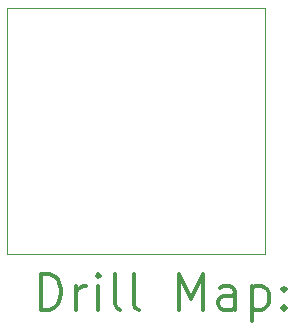
<source format=gbr>
%FSLAX45Y45*%
G04 Gerber Fmt 4.5, Leading zero omitted, Abs format (unit mm)*
G04 Created by KiCad (PCBNEW 5.1.4) date 2019-08-27 15:50:22*
%MOMM*%
%LPD*%
G04 APERTURE LIST*
%ADD10C,0.050000*%
%ADD11C,0.200000*%
%ADD12C,0.300000*%
G04 APERTURE END LIST*
D10*
X10718800Y-5029200D02*
X10718800Y-7112000D01*
X12903200Y-5029200D02*
X10718800Y-5029200D01*
X12903200Y-7112000D02*
X12903200Y-5029200D01*
X10718800Y-7112000D02*
X12903200Y-7112000D01*
D11*
D12*
X11002728Y-7580214D02*
X11002728Y-7280214D01*
X11074157Y-7280214D01*
X11117014Y-7294500D01*
X11145586Y-7323071D01*
X11159871Y-7351643D01*
X11174157Y-7408786D01*
X11174157Y-7451643D01*
X11159871Y-7508786D01*
X11145586Y-7537357D01*
X11117014Y-7565929D01*
X11074157Y-7580214D01*
X11002728Y-7580214D01*
X11302728Y-7580214D02*
X11302728Y-7380214D01*
X11302728Y-7437357D02*
X11317014Y-7408786D01*
X11331300Y-7394500D01*
X11359871Y-7380214D01*
X11388443Y-7380214D01*
X11488443Y-7580214D02*
X11488443Y-7380214D01*
X11488443Y-7280214D02*
X11474157Y-7294500D01*
X11488443Y-7308786D01*
X11502728Y-7294500D01*
X11488443Y-7280214D01*
X11488443Y-7308786D01*
X11674157Y-7580214D02*
X11645586Y-7565929D01*
X11631300Y-7537357D01*
X11631300Y-7280214D01*
X11831300Y-7580214D02*
X11802728Y-7565929D01*
X11788443Y-7537357D01*
X11788443Y-7280214D01*
X12174157Y-7580214D02*
X12174157Y-7280214D01*
X12274157Y-7494500D01*
X12374157Y-7280214D01*
X12374157Y-7580214D01*
X12645586Y-7580214D02*
X12645586Y-7423071D01*
X12631300Y-7394500D01*
X12602728Y-7380214D01*
X12545586Y-7380214D01*
X12517014Y-7394500D01*
X12645586Y-7565929D02*
X12617014Y-7580214D01*
X12545586Y-7580214D01*
X12517014Y-7565929D01*
X12502728Y-7537357D01*
X12502728Y-7508786D01*
X12517014Y-7480214D01*
X12545586Y-7465929D01*
X12617014Y-7465929D01*
X12645586Y-7451643D01*
X12788443Y-7380214D02*
X12788443Y-7680214D01*
X12788443Y-7394500D02*
X12817014Y-7380214D01*
X12874157Y-7380214D01*
X12902728Y-7394500D01*
X12917014Y-7408786D01*
X12931300Y-7437357D01*
X12931300Y-7523071D01*
X12917014Y-7551643D01*
X12902728Y-7565929D01*
X12874157Y-7580214D01*
X12817014Y-7580214D01*
X12788443Y-7565929D01*
X13059871Y-7551643D02*
X13074157Y-7565929D01*
X13059871Y-7580214D01*
X13045586Y-7565929D01*
X13059871Y-7551643D01*
X13059871Y-7580214D01*
X13059871Y-7394500D02*
X13074157Y-7408786D01*
X13059871Y-7423071D01*
X13045586Y-7408786D01*
X13059871Y-7394500D01*
X13059871Y-7423071D01*
M02*

</source>
